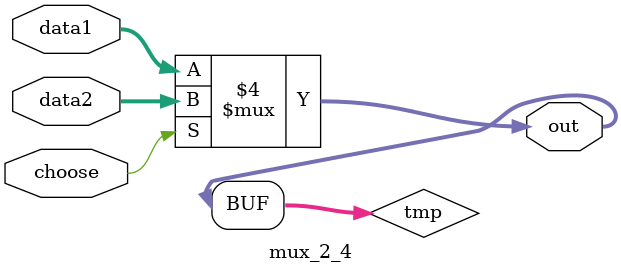
<source format=v>
module mux(input choose,input [31:0] data1,input [31:0] data2,output [31:0] out);
    reg [31:0] tmp;
    always @(*) 
    begin
        if(choose == 0)
            tmp = data1;
         else
            tmp = data2;
    end
    assign out = tmp;
endmodule
module mux_2_5(input choose,input [4:0] data1,input [4:0] data2,output [4:0] out);
    reg [4:0] tmp;
    always @(*) 
    begin
        if(choose == 0)
            tmp = data1;
         else
            tmp = data2;
    end
    assign out = tmp;
endmodule

module mux_2_4(input choose,input [3:0] data1,input [3:0] data2,output [3:0] out);
    reg [3:0] tmp;
    always @(*) 
    begin
        if(choose == 0)
            tmp = data1;
         else
            tmp = data2;
    end
    assign out = tmp;
endmodule
</source>
